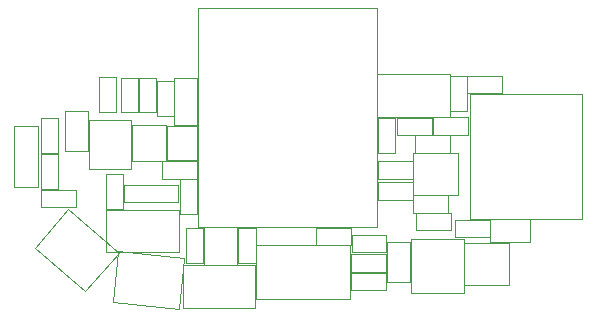
<source format=gbr>
G04 #@! TF.GenerationSoftware,KiCad,Pcbnew,(5.1.10)-1*
G04 #@! TF.CreationDate,2021-10-06T20:45:54-05:00*
G04 #@! TF.ProjectId,temp sensor,74656d70-2073-4656-9e73-6f722e6b6963,0.2*
G04 #@! TF.SameCoordinates,Original*
G04 #@! TF.FileFunction,Other,User*
%FSLAX45Y45*%
G04 Gerber Fmt 4.5, Leading zero omitted, Abs format (unit mm)*
G04 Created by KiCad (PCBNEW (5.1.10)-1) date 2021-10-06 20:45:54*
%MOMM*%
%LPD*%
G01*
G04 APERTURE LIST*
%ADD10C,0.050000*%
%ADD11C,0.100000*%
G04 APERTURE END LIST*
D10*
G04 #@! TO.C,R10*
X15111812Y-9231986D02*
X15111812Y-9085986D01*
X15111812Y-9085986D02*
X15407812Y-9085986D01*
X15407812Y-9085986D02*
X15407812Y-9231986D01*
X15407812Y-9231986D02*
X15111812Y-9231986D01*
G04 #@! TO.C,SW1*
X12178906Y-9707545D02*
X12606072Y-10078874D01*
X11893521Y-10035843D02*
X12320686Y-10407173D01*
X12606072Y-10078874D02*
X12320686Y-10407173D01*
X12178906Y-9707545D02*
X11893521Y-10035843D01*
G04 #@! TO.C,J2*
X13117236Y-9716602D02*
X12502236Y-9716602D01*
X12502236Y-9716602D02*
X12502236Y-10076602D01*
X12502236Y-10076602D02*
X13117236Y-10076602D01*
X13117236Y-10076602D02*
X13117236Y-9716602D01*
G04 #@! TO.C,J3*
X13767500Y-10467500D02*
X14567500Y-10467500D01*
X14567500Y-10467500D02*
X14567500Y-10017500D01*
X14567500Y-10017500D02*
X13767500Y-10017500D01*
X13767500Y-10017500D02*
X13767500Y-10467500D01*
G04 #@! TO.C,R6*
X14577000Y-10075500D02*
X14577000Y-9929500D01*
X14577000Y-9929500D02*
X14873000Y-9929500D01*
X14873000Y-9929500D02*
X14873000Y-10075500D01*
X14873000Y-10075500D02*
X14577000Y-10075500D01*
G04 #@! TO.C,C5*
X12439500Y-8592000D02*
X12585500Y-8592000D01*
X12585500Y-8592000D02*
X12585500Y-8888000D01*
X12585500Y-8888000D02*
X12439500Y-8888000D01*
X12439500Y-8888000D02*
X12439500Y-8592000D01*
G04 #@! TO.C,R15*
X11949500Y-8942000D02*
X12095500Y-8942000D01*
X12095500Y-8942000D02*
X12095500Y-9238000D01*
X12095500Y-9238000D02*
X11949500Y-9238000D01*
X11949500Y-9238000D02*
X11949500Y-8942000D01*
G04 #@! TO.C,R16*
X12769200Y-8892300D02*
X12623200Y-8892300D01*
X12623200Y-8892300D02*
X12623200Y-8596300D01*
X12623200Y-8596300D02*
X12769200Y-8596300D01*
X12769200Y-8596300D02*
X12769200Y-8892300D01*
G04 #@! TO.C,C4*
X13268000Y-9755500D02*
X13122000Y-9755500D01*
X13122000Y-9755500D02*
X13122000Y-9459500D01*
X13122000Y-9459500D02*
X13268000Y-9459500D01*
X13268000Y-9459500D02*
X13268000Y-9755500D01*
G04 #@! TO.C,R13*
X15096662Y-9483496D02*
X15096662Y-9629496D01*
X15096662Y-9629496D02*
X14800662Y-9629496D01*
X14800662Y-9629496D02*
X14800662Y-9483496D01*
X14800662Y-9483496D02*
X15096662Y-9483496D01*
G04 #@! TO.C,R3*
X12095500Y-9538000D02*
X11949500Y-9538000D01*
X11949500Y-9538000D02*
X11949500Y-9242000D01*
X11949500Y-9242000D02*
X12095500Y-9242000D01*
X12095500Y-9242000D02*
X12095500Y-9538000D01*
G04 #@! TO.C,R2*
X14946276Y-9231222D02*
X14800276Y-9231222D01*
X14800276Y-9231222D02*
X14800276Y-8935222D01*
X14800276Y-8935222D02*
X14946276Y-8935222D01*
X14946276Y-8935222D02*
X14946276Y-9231222D01*
G04 #@! TO.C,R11*
X15397144Y-9594240D02*
X15397144Y-9740240D01*
X15397144Y-9740240D02*
X15101144Y-9740240D01*
X15101144Y-9740240D02*
X15101144Y-9594240D01*
X15101144Y-9594240D02*
X15397144Y-9594240D01*
G04 #@! TO.C,R4*
X13619500Y-9872000D02*
X13765500Y-9872000D01*
X13765500Y-9872000D02*
X13765500Y-10168000D01*
X13765500Y-10168000D02*
X13619500Y-10168000D01*
X13619500Y-10168000D02*
X13619500Y-9872000D01*
G04 #@! TO.C,R7*
X13265500Y-9307000D02*
X13265500Y-9453000D01*
X13265500Y-9453000D02*
X12969500Y-9453000D01*
X12969500Y-9453000D02*
X12969500Y-9307000D01*
X12969500Y-9307000D02*
X13265500Y-9307000D01*
G04 #@! TO.C,U2*
X15532600Y-9993970D02*
X15912600Y-9993970D01*
X15912600Y-9993970D02*
X15912600Y-10353970D01*
X15912600Y-10353970D02*
X15532600Y-10353970D01*
X15532600Y-10353970D02*
X15532600Y-9993970D01*
G04 #@! TO.C,C3*
X12147000Y-8880000D02*
X12343000Y-8880000D01*
X12343000Y-8880000D02*
X12343000Y-9220000D01*
X12343000Y-9220000D02*
X12147000Y-9220000D01*
X12147000Y-9220000D02*
X12147000Y-8880000D01*
G04 #@! TO.C,Q1*
X13607500Y-9865000D02*
X13327500Y-9865000D01*
X13327500Y-10185000D02*
X13607500Y-10185000D01*
X13327500Y-10185000D02*
X13327500Y-9865000D01*
X13607500Y-10185000D02*
X13607500Y-9865000D01*
G04 #@! TO.C,D1*
X13077500Y-9002500D02*
X13077500Y-8602500D01*
X13077500Y-8602500D02*
X13267500Y-8602500D01*
X13267500Y-9002500D02*
X13267500Y-8602500D01*
X13077500Y-9002500D02*
X13267500Y-9002500D01*
G04 #@! TO.C,U4*
X12708000Y-8953400D02*
X12358000Y-8953400D01*
X12358000Y-8953400D02*
X12358000Y-9373400D01*
X12358000Y-9373400D02*
X12708000Y-9373400D01*
X12708000Y-9373400D02*
X12708000Y-8953400D01*
G04 #@! TO.C,D2*
X11923500Y-9005000D02*
X11923500Y-9525000D01*
X11923500Y-9005000D02*
X11723500Y-9005000D01*
X11923500Y-9525000D02*
X11723500Y-9525000D01*
X11723500Y-9525000D02*
X11723500Y-9005000D01*
G04 #@! TO.C,R12*
X15097424Y-9306966D02*
X15097424Y-9452966D01*
X15097424Y-9452966D02*
X14801424Y-9452966D01*
X14801424Y-9452966D02*
X14801424Y-9306966D01*
X14801424Y-9306966D02*
X15097424Y-9306966D01*
G04 #@! TO.C,C9*
X14877332Y-9991524D02*
X15073332Y-9991524D01*
X15073332Y-9991524D02*
X15073332Y-10331524D01*
X15073332Y-10331524D02*
X14877332Y-10331524D01*
X14877332Y-10331524D02*
X14877332Y-9991524D01*
G04 #@! TO.C,R1*
X14962776Y-9081222D02*
X14962776Y-8935222D01*
X14962776Y-8935222D02*
X15258776Y-8935222D01*
X15258776Y-8935222D02*
X15258776Y-9081222D01*
X15258776Y-9081222D02*
X14962776Y-9081222D01*
G04 #@! TO.C,R9*
X14870500Y-10249500D02*
X14870500Y-10395500D01*
X14870500Y-10395500D02*
X14574500Y-10395500D01*
X14574500Y-10395500D02*
X14574500Y-10249500D01*
X14574500Y-10249500D02*
X14870500Y-10249500D01*
G04 #@! TO.C,C1*
X12497206Y-9416624D02*
X12643206Y-9416624D01*
X12643206Y-9416624D02*
X12643206Y-9712624D01*
X12643206Y-9712624D02*
X12497206Y-9712624D01*
X12497206Y-9712624D02*
X12497206Y-9416624D01*
G04 #@! TO.C,R17*
X12921600Y-8892300D02*
X12775600Y-8892300D01*
X12775600Y-8892300D02*
X12775600Y-8596300D01*
X12775600Y-8596300D02*
X12921600Y-8596300D01*
X12921600Y-8596300D02*
X12921600Y-8892300D01*
G04 #@! TO.C,R14*
X12243000Y-9544500D02*
X12243000Y-9690500D01*
X12243000Y-9690500D02*
X11947000Y-9690500D01*
X11947000Y-9690500D02*
X11947000Y-9544500D01*
X11947000Y-9544500D02*
X12243000Y-9544500D01*
G04 #@! TO.C,C8*
X15750720Y-9992824D02*
X15750720Y-9796824D01*
X15750720Y-9796824D02*
X16090720Y-9796824D01*
X16090720Y-9796824D02*
X16090720Y-9992824D01*
X16090720Y-9992824D02*
X15750720Y-9992824D01*
G04 #@! TO.C,R8*
X14574500Y-10240500D02*
X14574500Y-10094500D01*
X14574500Y-10094500D02*
X14870500Y-10094500D01*
X14870500Y-10094500D02*
X14870500Y-10240500D01*
X14870500Y-10240500D02*
X14574500Y-10240500D01*
G04 #@! TO.C,L2*
X15528300Y-10417100D02*
X15528300Y-9967100D01*
X15528300Y-9967100D02*
X15078300Y-9967100D01*
X15078300Y-9967100D02*
X15078300Y-10417100D01*
X15078300Y-10417100D02*
X15528300Y-10417100D01*
G04 #@! TO.C,J5*
X15409078Y-8570808D02*
X14794078Y-8570808D01*
X14794078Y-8570808D02*
X14794078Y-8930808D01*
X14794078Y-8930808D02*
X15409078Y-8930808D01*
X15409078Y-8930808D02*
X15409078Y-8570808D01*
G04 #@! TO.C,C2*
X14575500Y-9867000D02*
X14575500Y-10013000D01*
X14575500Y-10013000D02*
X14279500Y-10013000D01*
X14279500Y-10013000D02*
X14279500Y-9867000D01*
X14279500Y-9867000D02*
X14575500Y-9867000D01*
G04 #@! TO.C,J6*
X13762500Y-10185000D02*
X13147500Y-10185000D01*
X13147500Y-10185000D02*
X13147500Y-10545000D01*
X13147500Y-10545000D02*
X13762500Y-10545000D01*
X13762500Y-10545000D02*
X13762500Y-10185000D01*
G04 #@! TO.C,R5*
X13320500Y-10168000D02*
X13174500Y-10168000D01*
X13174500Y-10168000D02*
X13174500Y-9872000D01*
X13174500Y-9872000D02*
X13320500Y-9872000D01*
X13320500Y-9872000D02*
X13320500Y-10168000D01*
G04 #@! TO.C,U3*
X12722200Y-9304700D02*
X12722200Y-8996700D01*
X12722200Y-8996700D02*
X13004200Y-8996700D01*
X13004200Y-8996700D02*
X13004200Y-9304700D01*
X13004200Y-9304700D02*
X12722200Y-9304700D01*
G04 #@! TO.C,L1*
X12927000Y-8622000D02*
X13073000Y-8622000D01*
X13073000Y-8622000D02*
X13073000Y-8918000D01*
X13073000Y-8918000D02*
X12927000Y-8918000D01*
X12927000Y-8918000D02*
X12927000Y-8622000D01*
G04 #@! TO.C,U5*
X15481308Y-9234002D02*
X15101308Y-9234002D01*
X15481308Y-9594002D02*
X15481308Y-9234002D01*
X15101308Y-9594002D02*
X15481308Y-9594002D01*
X15101308Y-9234002D02*
X15101308Y-9594002D01*
G04 #@! TO.C,U1*
X13017600Y-9295700D02*
X13267600Y-9295700D01*
X13267600Y-9295700D02*
X13267600Y-9005700D01*
X13267600Y-9005700D02*
X13017600Y-9005700D01*
X13017600Y-9005700D02*
X13017600Y-9295700D01*
G04 #@! TO.C,SW2*
X12599151Y-10065629D02*
X13162050Y-10124792D01*
X12553681Y-10498246D02*
X13116581Y-10557409D01*
X13162050Y-10124792D02*
X13116581Y-10557409D01*
X12599151Y-10065629D02*
X12553681Y-10498246D01*
D11*
G04 #@! TO.C,IC1*
X13273300Y-9864800D02*
X13273300Y-8004800D01*
X14793300Y-9864800D02*
X13273300Y-9864800D01*
X14793300Y-8004800D02*
X14793300Y-9864800D01*
X13273300Y-8004800D02*
X14793300Y-8004800D01*
D10*
G04 #@! TO.C,C6*
X15854852Y-8585352D02*
X15854852Y-8731352D01*
X15854852Y-8731352D02*
X15558852Y-8731352D01*
X15558852Y-8731352D02*
X15558852Y-8585352D01*
X15558852Y-8585352D02*
X15854852Y-8585352D01*
G04 #@! TO.C,J1*
X15582696Y-8732396D02*
X16524696Y-8732396D01*
X15582696Y-9796396D02*
X16524696Y-9796396D01*
X16524696Y-9796396D02*
X16524696Y-8732396D01*
X15582696Y-9796396D02*
X15582696Y-8732396D01*
G04 #@! TO.C,R18*
X15410840Y-8880774D02*
X15410840Y-8584774D01*
X15556840Y-8880774D02*
X15410840Y-8880774D01*
X15556840Y-8584774D02*
X15556840Y-8880774D01*
X15410840Y-8584774D02*
X15556840Y-8584774D01*
G04 #@! TO.C,R19*
X15266498Y-9080856D02*
X15266498Y-8934856D01*
X15266498Y-8934856D02*
X15562498Y-8934856D01*
X15562498Y-8934856D02*
X15562498Y-9080856D01*
X15562498Y-9080856D02*
X15266498Y-9080856D01*
G04 #@! TO.C,R20*
X15415686Y-9743084D02*
X15415686Y-9889084D01*
X15415686Y-9889084D02*
X15119686Y-9889084D01*
X15119686Y-9889084D02*
X15119686Y-9743084D01*
X15119686Y-9743084D02*
X15415686Y-9743084D01*
G04 #@! TO.C,F1*
X15449886Y-9804806D02*
X15745886Y-9804806D01*
X15449886Y-9950806D02*
X15449886Y-9804806D01*
X15745886Y-9950806D02*
X15449886Y-9950806D01*
X15745886Y-9804806D02*
X15745886Y-9950806D01*
G04 #@! TO.C,JP1*
X13109616Y-9653626D02*
X12654616Y-9653626D01*
X12654616Y-9507626D02*
X13109616Y-9507626D01*
X12654616Y-9653626D02*
X12654616Y-9507626D01*
X13109616Y-9507626D02*
X13109616Y-9653626D01*
G04 #@! TD*
M02*

</source>
